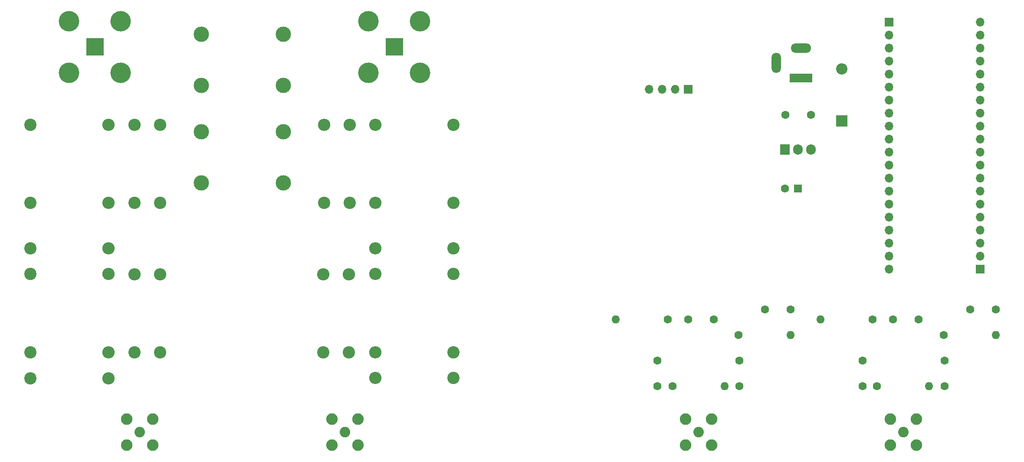
<source format=gbr>
%TF.GenerationSoftware,KiCad,Pcbnew,7.0.9*%
%TF.CreationDate,2023-12-22T07:41:01-05:00*%
%TF.ProjectId,swr_meter,7377725f-6d65-4746-9572-2e6b69636164,2*%
%TF.SameCoordinates,Original*%
%TF.FileFunction,Soldermask,Bot*%
%TF.FilePolarity,Negative*%
%FSLAX46Y46*%
G04 Gerber Fmt 4.6, Leading zero omitted, Abs format (unit mm)*
G04 Created by KiCad (PCBNEW 7.0.9) date 2023-12-22 07:41:01*
%MOMM*%
%LPD*%
G01*
G04 APERTURE LIST*
%ADD10C,2.400000*%
%ADD11O,2.400000X2.400000*%
%ADD12C,3.000000*%
%ADD13C,1.600000*%
%ADD14R,1.700000X1.700000*%
%ADD15O,1.700000X1.700000*%
%ADD16R,1.905000X2.000000*%
%ADD17O,1.905000X2.000000*%
%ADD18R,2.200000X2.200000*%
%ADD19O,2.200000X2.200000*%
%ADD20C,2.050000*%
%ADD21C,2.250000*%
%ADD22O,1.600000X1.600000*%
%ADD23R,3.500000X3.500000*%
%ADD24C,4.000000*%
%ADD25R,4.400000X1.800000*%
%ADD26O,4.000000X1.800000*%
%ADD27O,1.800000X4.000000*%
%ADD28R,1.600000X1.600000*%
G04 APERTURE END LIST*
D10*
%TO.C,R23*%
X132225000Y-110410000D03*
D11*
X116985000Y-110410000D03*
%TD*%
D12*
%TO.C,T1*%
X99000000Y-43260000D03*
X83000000Y-43260000D03*
X99000000Y-53260000D03*
X83000000Y-53260000D03*
%TD*%
D13*
%TO.C,C6*%
X228000000Y-112000000D03*
X228000000Y-107000000D03*
%TD*%
D10*
%TO.C,R24*%
X132225000Y-90090000D03*
D11*
X116985000Y-90090000D03*
%TD*%
D10*
%TO.C,R11*%
X132225000Y-60960000D03*
D11*
X116985000Y-60960000D03*
%TD*%
D14*
%TO.C,J3*%
X235000000Y-89125000D03*
D15*
X235000000Y-86585000D03*
X235000000Y-84045000D03*
X235000000Y-81505000D03*
X235000000Y-78965000D03*
X235000000Y-76425000D03*
X235000000Y-73885000D03*
X235000000Y-71345000D03*
X235000000Y-68805000D03*
X235000000Y-66265000D03*
X235000000Y-63725000D03*
X235000000Y-61185000D03*
X235000000Y-58645000D03*
X235000000Y-56105000D03*
X235000000Y-53565000D03*
X235000000Y-51025000D03*
X235000000Y-48485000D03*
X235000000Y-45945000D03*
X235000000Y-43405000D03*
X235000000Y-40865000D03*
%TD*%
D16*
%TO.C,U3*%
X196920000Y-65770000D03*
D17*
X199460000Y-65770000D03*
X202000000Y-65770000D03*
%TD*%
D18*
%TO.C,D1*%
X208000000Y-60160000D03*
D19*
X208000000Y-50000000D03*
%TD*%
D10*
%TO.C,R29*%
X70000000Y-105410000D03*
D11*
X70000000Y-90170000D03*
%TD*%
D13*
%TO.C,C1*%
X172000000Y-112000000D03*
X172000000Y-107000000D03*
%TD*%
D10*
%TO.C,R19*%
X132225000Y-85090000D03*
D11*
X116985000Y-85090000D03*
%TD*%
D20*
%TO.C,J8*%
X71000000Y-121000000D03*
D21*
X68460000Y-118460000D03*
X68460000Y-123540000D03*
X73540000Y-118460000D03*
X73540000Y-123540000D03*
%TD*%
D10*
%TO.C,R30*%
X75000000Y-105410000D03*
D11*
X75000000Y-90170000D03*
%TD*%
D13*
%TO.C,C10*%
X193000000Y-97000000D03*
X198000000Y-97000000D03*
%TD*%
%TO.C,C5*%
X212000000Y-112000000D03*
X212000000Y-107000000D03*
%TD*%
%TO.C,R33*%
X227840000Y-102000000D03*
D22*
X238000000Y-102000000D03*
%TD*%
D13*
%TO.C,C2*%
X188000000Y-112000000D03*
X188000000Y-107000000D03*
%TD*%
D20*
%TO.C,J7*%
X111000000Y-121000000D03*
D21*
X108460000Y-118460000D03*
X108460000Y-123540000D03*
X113540000Y-118460000D03*
X113540000Y-123540000D03*
%TD*%
D10*
%TO.C,R28*%
X49680000Y-110490000D03*
D11*
X64920000Y-110490000D03*
%TD*%
D10*
%TO.C,R20*%
X132225000Y-105410000D03*
D11*
X116985000Y-105410000D03*
%TD*%
D13*
%TO.C,R32*%
X174000000Y-99000000D03*
D22*
X163840000Y-99000000D03*
%TD*%
D23*
%TO.C,J1*%
X120650000Y-45720000D03*
D24*
X115625000Y-40695000D03*
X115625000Y-50745000D03*
X125675000Y-40695000D03*
X125675000Y-50745000D03*
%TD*%
D25*
%TO.C,J6*%
X200000000Y-51800000D03*
D26*
X200000000Y-46000000D03*
D27*
X195200000Y-48800000D03*
%TD*%
D13*
%TO.C,R34*%
X187840000Y-102000000D03*
D22*
X198000000Y-102000000D03*
%TD*%
D10*
%TO.C,R18*%
X75000000Y-76200000D03*
D11*
X75000000Y-60960000D03*
%TD*%
D13*
%TO.C,C3*%
X183000000Y-99000000D03*
X178000000Y-99000000D03*
%TD*%
D28*
%TO.C,C11*%
X199400000Y-73390000D03*
D13*
X196900000Y-73390000D03*
%TD*%
%TO.C,R31*%
X174920000Y-112000000D03*
D22*
X185080000Y-112000000D03*
%TD*%
D20*
%TO.C,J9*%
X220000000Y-121000000D03*
D21*
X217460000Y-118460000D03*
X217460000Y-123540000D03*
X222540000Y-118460000D03*
X222540000Y-123540000D03*
%TD*%
D23*
%TO.C,J2*%
X62230000Y-45720000D03*
D24*
X57205000Y-40695000D03*
X57205000Y-50745000D03*
X67255000Y-40695000D03*
X67255000Y-50745000D03*
%TD*%
D14*
%TO.C,J5*%
X178000000Y-54000000D03*
D15*
X175460000Y-54000000D03*
X172920000Y-54000000D03*
X170380000Y-54000000D03*
%TD*%
D10*
%TO.C,R27*%
X49680000Y-105410000D03*
D11*
X64920000Y-105410000D03*
%TD*%
D12*
%TO.C,T2*%
X83000000Y-72310000D03*
X99000000Y-72310000D03*
X83000000Y-62310000D03*
X99000000Y-62310000D03*
%TD*%
D10*
%TO.C,R16*%
X49680000Y-76200000D03*
D11*
X64920000Y-76200000D03*
%TD*%
D13*
%TO.C,R6*%
X214000000Y-99000000D03*
D22*
X203840000Y-99000000D03*
%TD*%
D13*
%TO.C,C7*%
X223000000Y-99000000D03*
X218000000Y-99000000D03*
%TD*%
D10*
%TO.C,R14*%
X107000000Y-76200000D03*
D11*
X107000000Y-60960000D03*
%TD*%
D10*
%TO.C,R12*%
X132225000Y-76200000D03*
D11*
X116985000Y-76200000D03*
%TD*%
D13*
%TO.C,C12*%
X197000000Y-59000000D03*
X202000000Y-59000000D03*
%TD*%
D10*
%TO.C,R22*%
X106825000Y-105410000D03*
D11*
X106825000Y-90170000D03*
%TD*%
D14*
%TO.C,J4*%
X217220000Y-40865000D03*
D15*
X217220000Y-43405000D03*
X217220000Y-45945000D03*
X217220000Y-48485000D03*
X217220000Y-51025000D03*
X217220000Y-53565000D03*
X217220000Y-56105000D03*
X217220000Y-58645000D03*
X217220000Y-61185000D03*
X217220000Y-63725000D03*
X217220000Y-66265000D03*
X217220000Y-68805000D03*
X217220000Y-71345000D03*
X217220000Y-73885000D03*
X217220000Y-76425000D03*
X217220000Y-78965000D03*
X217220000Y-81505000D03*
X217220000Y-84045000D03*
X217220000Y-86585000D03*
X217220000Y-89125000D03*
%TD*%
D10*
%TO.C,R15*%
X49680000Y-60960000D03*
D11*
X64920000Y-60960000D03*
%TD*%
D10*
%TO.C,R26*%
X49680000Y-85090000D03*
D11*
X64920000Y-85090000D03*
%TD*%
D10*
%TO.C,R25*%
X49680000Y-90090000D03*
D11*
X64920000Y-90090000D03*
%TD*%
D13*
%TO.C,C9*%
X233000000Y-97000000D03*
X238000000Y-97000000D03*
%TD*%
D20*
%TO.C,J10*%
X180000000Y-121000000D03*
D21*
X177460000Y-118460000D03*
X177460000Y-123540000D03*
X182540000Y-118460000D03*
X182540000Y-123540000D03*
%TD*%
D13*
%TO.C,R5*%
X214840000Y-112000000D03*
D22*
X225000000Y-112000000D03*
%TD*%
D10*
%TO.C,R13*%
X112000000Y-76200000D03*
D11*
X112000000Y-60960000D03*
%TD*%
D10*
%TO.C,R17*%
X70000000Y-76200000D03*
D11*
X70000000Y-60960000D03*
%TD*%
D10*
%TO.C,R21*%
X111825000Y-105410000D03*
D11*
X111825000Y-90170000D03*
%TD*%
M02*

</source>
